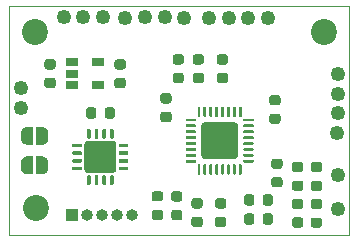
<source format=gbr>
G04 #@! TF.GenerationSoftware,KiCad,Pcbnew,5.1.9*
G04 #@! TF.CreationDate,2021-03-07T10:51:21+01:00*
G04 #@! TF.ProjectId,UniAmp,556e6941-6d70-42e6-9b69-6361645f7063,rev?*
G04 #@! TF.SameCoordinates,Original*
G04 #@! TF.FileFunction,Soldermask,Top*
G04 #@! TF.FilePolarity,Negative*
%FSLAX46Y46*%
G04 Gerber Fmt 4.6, Leading zero omitted, Abs format (unit mm)*
G04 Created by KiCad (PCBNEW 5.1.9) date 2021-03-07 10:51:21*
%MOMM*%
%LPD*%
G01*
G04 APERTURE LIST*
G04 #@! TA.AperFunction,Profile*
%ADD10C,0.050000*%
G04 #@! TD*
%ADD11C,2.200000*%
%ADD12C,0.150000*%
%ADD13R,1.000000X1.000000*%
%ADD14O,1.000000X1.000000*%
%ADD15C,1.250000*%
%ADD16R,1.060000X0.650000*%
G04 APERTURE END LIST*
D10*
X113010000Y-56530000D02*
X113010000Y-75960000D01*
X141850000Y-56530000D02*
X113010000Y-56530000D01*
X141850000Y-75960000D02*
X141850000Y-56530000D01*
X113010000Y-75960000D02*
X141850000Y-75960000D01*
X113010000Y-56530000D02*
X113010000Y-75960000D01*
X141850000Y-56530000D02*
X113010000Y-56530000D01*
X141850000Y-75960000D02*
X141850000Y-56530000D01*
X113010000Y-75960000D02*
X141850000Y-75960000D01*
G36*
G01*
X126053750Y-63925000D02*
X126566250Y-63925000D01*
G75*
G02*
X126785000Y-64143750I0J-218750D01*
G01*
X126785000Y-64581250D01*
G75*
G02*
X126566250Y-64800000I-218750J0D01*
G01*
X126053750Y-64800000D01*
G75*
G02*
X125835000Y-64581250I0J218750D01*
G01*
X125835000Y-64143750D01*
G75*
G02*
X126053750Y-63925000I218750J0D01*
G01*
G37*
G36*
G01*
X126053750Y-65500000D02*
X126566250Y-65500000D01*
G75*
G02*
X126785000Y-65718750I0J-218750D01*
G01*
X126785000Y-66156250D01*
G75*
G02*
X126566250Y-66375000I-218750J0D01*
G01*
X126053750Y-66375000D01*
G75*
G02*
X125835000Y-66156250I0J218750D01*
G01*
X125835000Y-65718750D01*
G75*
G02*
X126053750Y-65500000I218750J0D01*
G01*
G37*
D11*
X115200000Y-58730000D03*
X139680000Y-58740000D03*
X115300000Y-73660000D03*
G36*
G01*
X122005000Y-65343750D02*
X122005000Y-65856250D01*
G75*
G02*
X121786250Y-66075000I-218750J0D01*
G01*
X121348750Y-66075000D01*
G75*
G02*
X121130000Y-65856250I0J218750D01*
G01*
X121130000Y-65343750D01*
G75*
G02*
X121348750Y-65125000I218750J0D01*
G01*
X121786250Y-65125000D01*
G75*
G02*
X122005000Y-65343750I0J-218750D01*
G01*
G37*
G36*
G01*
X120430000Y-65343750D02*
X120430000Y-65856250D01*
G75*
G02*
X120211250Y-66075000I-218750J0D01*
G01*
X119773750Y-66075000D01*
G75*
G02*
X119555000Y-65856250I0J218750D01*
G01*
X119555000Y-65343750D01*
G75*
G02*
X119773750Y-65125000I218750J0D01*
G01*
X120211250Y-65125000D01*
G75*
G02*
X120430000Y-65343750I0J-218750D01*
G01*
G37*
G36*
G01*
X127093750Y-62197500D02*
X127606250Y-62197500D01*
G75*
G02*
X127825000Y-62416250I0J-218750D01*
G01*
X127825000Y-62853750D01*
G75*
G02*
X127606250Y-63072500I-218750J0D01*
G01*
X127093750Y-63072500D01*
G75*
G02*
X126875000Y-62853750I0J218750D01*
G01*
X126875000Y-62416250D01*
G75*
G02*
X127093750Y-62197500I218750J0D01*
G01*
G37*
G36*
G01*
X127093750Y-60622500D02*
X127606250Y-60622500D01*
G75*
G02*
X127825000Y-60841250I0J-218750D01*
G01*
X127825000Y-61278750D01*
G75*
G02*
X127606250Y-61497500I-218750J0D01*
G01*
X127093750Y-61497500D01*
G75*
G02*
X126875000Y-61278750I0J218750D01*
G01*
X126875000Y-60841250D01*
G75*
G02*
X127093750Y-60622500I218750J0D01*
G01*
G37*
G36*
G01*
X128693750Y-72812500D02*
X129206250Y-72812500D01*
G75*
G02*
X129425000Y-73031250I0J-218750D01*
G01*
X129425000Y-73468750D01*
G75*
G02*
X129206250Y-73687500I-218750J0D01*
G01*
X128693750Y-73687500D01*
G75*
G02*
X128475000Y-73468750I0J218750D01*
G01*
X128475000Y-73031250D01*
G75*
G02*
X128693750Y-72812500I218750J0D01*
G01*
G37*
G36*
G01*
X128693750Y-74387500D02*
X129206250Y-74387500D01*
G75*
G02*
X129425000Y-74606250I0J-218750D01*
G01*
X129425000Y-75043750D01*
G75*
G02*
X129206250Y-75262500I-218750J0D01*
G01*
X128693750Y-75262500D01*
G75*
G02*
X128475000Y-75043750I0J218750D01*
G01*
X128475000Y-74606250D01*
G75*
G02*
X128693750Y-74387500I218750J0D01*
G01*
G37*
G36*
G01*
X128793750Y-62197500D02*
X129306250Y-62197500D01*
G75*
G02*
X129525000Y-62416250I0J-218750D01*
G01*
X129525000Y-62853750D01*
G75*
G02*
X129306250Y-63072500I-218750J0D01*
G01*
X128793750Y-63072500D01*
G75*
G02*
X128575000Y-62853750I0J218750D01*
G01*
X128575000Y-62416250D01*
G75*
G02*
X128793750Y-62197500I218750J0D01*
G01*
G37*
G36*
G01*
X128793750Y-60622500D02*
X129306250Y-60622500D01*
G75*
G02*
X129525000Y-60841250I0J-218750D01*
G01*
X129525000Y-61278750D01*
G75*
G02*
X129306250Y-61497500I-218750J0D01*
G01*
X128793750Y-61497500D01*
G75*
G02*
X128575000Y-61278750I0J218750D01*
G01*
X128575000Y-60841250D01*
G75*
G02*
X128793750Y-60622500I218750J0D01*
G01*
G37*
G36*
G01*
X130833750Y-60622500D02*
X131346250Y-60622500D01*
G75*
G02*
X131565000Y-60841250I0J-218750D01*
G01*
X131565000Y-61278750D01*
G75*
G02*
X131346250Y-61497500I-218750J0D01*
G01*
X130833750Y-61497500D01*
G75*
G02*
X130615000Y-61278750I0J218750D01*
G01*
X130615000Y-60841250D01*
G75*
G02*
X130833750Y-60622500I218750J0D01*
G01*
G37*
G36*
G01*
X130833750Y-62197500D02*
X131346250Y-62197500D01*
G75*
G02*
X131565000Y-62416250I0J-218750D01*
G01*
X131565000Y-62853750D01*
G75*
G02*
X131346250Y-63072500I-218750J0D01*
G01*
X130833750Y-63072500D01*
G75*
G02*
X130615000Y-62853750I0J218750D01*
G01*
X130615000Y-62416250D01*
G75*
G02*
X130833750Y-62197500I218750J0D01*
G01*
G37*
G36*
G01*
X130693750Y-74387500D02*
X131206250Y-74387500D01*
G75*
G02*
X131425000Y-74606250I0J-218750D01*
G01*
X131425000Y-75043750D01*
G75*
G02*
X131206250Y-75262500I-218750J0D01*
G01*
X130693750Y-75262500D01*
G75*
G02*
X130475000Y-75043750I0J218750D01*
G01*
X130475000Y-74606250D01*
G75*
G02*
X130693750Y-74387500I218750J0D01*
G01*
G37*
G36*
G01*
X130693750Y-72812500D02*
X131206250Y-72812500D01*
G75*
G02*
X131425000Y-73031250I0J-218750D01*
G01*
X131425000Y-73468750D01*
G75*
G02*
X131206250Y-73687500I-218750J0D01*
G01*
X130693750Y-73687500D01*
G75*
G02*
X130475000Y-73468750I0J218750D01*
G01*
X130475000Y-73031250D01*
G75*
G02*
X130693750Y-72812500I218750J0D01*
G01*
G37*
G36*
G01*
X135283750Y-64077500D02*
X135796250Y-64077500D01*
G75*
G02*
X136015000Y-64296250I0J-218750D01*
G01*
X136015000Y-64733750D01*
G75*
G02*
X135796250Y-64952500I-218750J0D01*
G01*
X135283750Y-64952500D01*
G75*
G02*
X135065000Y-64733750I0J218750D01*
G01*
X135065000Y-64296250D01*
G75*
G02*
X135283750Y-64077500I218750J0D01*
G01*
G37*
G36*
G01*
X135283750Y-65652500D02*
X135796250Y-65652500D01*
G75*
G02*
X136015000Y-65871250I0J-218750D01*
G01*
X136015000Y-66308750D01*
G75*
G02*
X135796250Y-66527500I-218750J0D01*
G01*
X135283750Y-66527500D01*
G75*
G02*
X135065000Y-66308750I0J218750D01*
G01*
X135065000Y-65871250D01*
G75*
G02*
X135283750Y-65652500I218750J0D01*
G01*
G37*
G36*
G01*
X135453750Y-71027500D02*
X135966250Y-71027500D01*
G75*
G02*
X136185000Y-71246250I0J-218750D01*
G01*
X136185000Y-71683750D01*
G75*
G02*
X135966250Y-71902500I-218750J0D01*
G01*
X135453750Y-71902500D01*
G75*
G02*
X135235000Y-71683750I0J218750D01*
G01*
X135235000Y-71246250D01*
G75*
G02*
X135453750Y-71027500I218750J0D01*
G01*
G37*
G36*
G01*
X135453750Y-69452500D02*
X135966250Y-69452500D01*
G75*
G02*
X136185000Y-69671250I0J-218750D01*
G01*
X136185000Y-70108750D01*
G75*
G02*
X135966250Y-70327500I-218750J0D01*
G01*
X135453750Y-70327500D01*
G75*
G02*
X135235000Y-70108750I0J218750D01*
G01*
X135235000Y-69671250D01*
G75*
G02*
X135453750Y-69452500I218750J0D01*
G01*
G37*
G36*
G01*
X133802500Y-72703750D02*
X133802500Y-73216250D01*
G75*
G02*
X133583750Y-73435000I-218750J0D01*
G01*
X133146250Y-73435000D01*
G75*
G02*
X132927500Y-73216250I0J218750D01*
G01*
X132927500Y-72703750D01*
G75*
G02*
X133146250Y-72485000I218750J0D01*
G01*
X133583750Y-72485000D01*
G75*
G02*
X133802500Y-72703750I0J-218750D01*
G01*
G37*
G36*
G01*
X135377500Y-72703750D02*
X135377500Y-73216250D01*
G75*
G02*
X135158750Y-73435000I-218750J0D01*
G01*
X134721250Y-73435000D01*
G75*
G02*
X134502500Y-73216250I0J218750D01*
G01*
X134502500Y-72703750D01*
G75*
G02*
X134721250Y-72485000I218750J0D01*
G01*
X135158750Y-72485000D01*
G75*
G02*
X135377500Y-72703750I0J-218750D01*
G01*
G37*
G36*
G01*
X135377500Y-74323750D02*
X135377500Y-74836250D01*
G75*
G02*
X135158750Y-75055000I-218750J0D01*
G01*
X134721250Y-75055000D01*
G75*
G02*
X134502500Y-74836250I0J218750D01*
G01*
X134502500Y-74323750D01*
G75*
G02*
X134721250Y-74105000I218750J0D01*
G01*
X135158750Y-74105000D01*
G75*
G02*
X135377500Y-74323750I0J-218750D01*
G01*
G37*
G36*
G01*
X133802500Y-74323750D02*
X133802500Y-74836250D01*
G75*
G02*
X133583750Y-75055000I-218750J0D01*
G01*
X133146250Y-75055000D01*
G75*
G02*
X132927500Y-74836250I0J218750D01*
G01*
X132927500Y-74323750D01*
G75*
G02*
X133146250Y-74105000I218750J0D01*
G01*
X133583750Y-74105000D01*
G75*
G02*
X133802500Y-74323750I0J-218750D01*
G01*
G37*
G36*
G01*
X116243750Y-62617500D02*
X116756250Y-62617500D01*
G75*
G02*
X116975000Y-62836250I0J-218750D01*
G01*
X116975000Y-63273750D01*
G75*
G02*
X116756250Y-63492500I-218750J0D01*
G01*
X116243750Y-63492500D01*
G75*
G02*
X116025000Y-63273750I0J218750D01*
G01*
X116025000Y-62836250D01*
G75*
G02*
X116243750Y-62617500I218750J0D01*
G01*
G37*
G36*
G01*
X116243750Y-61042500D02*
X116756250Y-61042500D01*
G75*
G02*
X116975000Y-61261250I0J-218750D01*
G01*
X116975000Y-61698750D01*
G75*
G02*
X116756250Y-61917500I-218750J0D01*
G01*
X116243750Y-61917500D01*
G75*
G02*
X116025000Y-61698750I0J218750D01*
G01*
X116025000Y-61261250D01*
G75*
G02*
X116243750Y-61042500I218750J0D01*
G01*
G37*
G36*
G01*
X122173750Y-61052500D02*
X122686250Y-61052500D01*
G75*
G02*
X122905000Y-61271250I0J-218750D01*
G01*
X122905000Y-61708750D01*
G75*
G02*
X122686250Y-61927500I-218750J0D01*
G01*
X122173750Y-61927500D01*
G75*
G02*
X121955000Y-61708750I0J218750D01*
G01*
X121955000Y-61271250D01*
G75*
G02*
X122173750Y-61052500I218750J0D01*
G01*
G37*
G36*
G01*
X122173750Y-62627500D02*
X122686250Y-62627500D01*
G75*
G02*
X122905000Y-62846250I0J-218750D01*
G01*
X122905000Y-63283750D01*
G75*
G02*
X122686250Y-63502500I-218750J0D01*
G01*
X122173750Y-63502500D01*
G75*
G02*
X121955000Y-63283750I0J218750D01*
G01*
X121955000Y-62846250D01*
G75*
G02*
X122173750Y-62627500I218750J0D01*
G01*
G37*
D12*
G36*
X114550000Y-68279398D02*
G01*
X114525466Y-68279398D01*
X114476635Y-68274588D01*
X114428510Y-68265016D01*
X114381555Y-68250772D01*
X114336222Y-68231995D01*
X114292949Y-68208864D01*
X114252150Y-68181604D01*
X114214221Y-68150476D01*
X114179524Y-68115779D01*
X114148396Y-68077850D01*
X114121136Y-68037051D01*
X114098005Y-67993778D01*
X114079228Y-67948445D01*
X114064984Y-67901490D01*
X114055412Y-67853365D01*
X114050602Y-67804534D01*
X114050602Y-67780000D01*
X114050000Y-67780000D01*
X114050000Y-67280000D01*
X114050602Y-67280000D01*
X114050602Y-67255466D01*
X114055412Y-67206635D01*
X114064984Y-67158510D01*
X114079228Y-67111555D01*
X114098005Y-67066222D01*
X114121136Y-67022949D01*
X114148396Y-66982150D01*
X114179524Y-66944221D01*
X114214221Y-66909524D01*
X114252150Y-66878396D01*
X114292949Y-66851136D01*
X114336222Y-66828005D01*
X114381555Y-66809228D01*
X114428510Y-66794984D01*
X114476635Y-66785412D01*
X114525466Y-66780602D01*
X114550000Y-66780602D01*
X114550000Y-66780000D01*
X115050000Y-66780000D01*
X115050000Y-68280000D01*
X114550000Y-68280000D01*
X114550000Y-68279398D01*
G37*
G36*
X115350000Y-66780000D02*
G01*
X115850000Y-66780000D01*
X115850000Y-66780602D01*
X115874534Y-66780602D01*
X115923365Y-66785412D01*
X115971490Y-66794984D01*
X116018445Y-66809228D01*
X116063778Y-66828005D01*
X116107051Y-66851136D01*
X116147850Y-66878396D01*
X116185779Y-66909524D01*
X116220476Y-66944221D01*
X116251604Y-66982150D01*
X116278864Y-67022949D01*
X116301995Y-67066222D01*
X116320772Y-67111555D01*
X116335016Y-67158510D01*
X116344588Y-67206635D01*
X116349398Y-67255466D01*
X116349398Y-67280000D01*
X116350000Y-67280000D01*
X116350000Y-67780000D01*
X116349398Y-67780000D01*
X116349398Y-67804534D01*
X116344588Y-67853365D01*
X116335016Y-67901490D01*
X116320772Y-67948445D01*
X116301995Y-67993778D01*
X116278864Y-68037051D01*
X116251604Y-68077850D01*
X116220476Y-68115779D01*
X116185779Y-68150476D01*
X116147850Y-68181604D01*
X116107051Y-68208864D01*
X116063778Y-68231995D01*
X116018445Y-68250772D01*
X115971490Y-68265016D01*
X115923365Y-68274588D01*
X115874534Y-68279398D01*
X115850000Y-68279398D01*
X115850000Y-68280000D01*
X115350000Y-68280000D01*
X115350000Y-66780000D01*
G37*
G36*
X115350000Y-69270000D02*
G01*
X115850000Y-69270000D01*
X115850000Y-69270602D01*
X115874534Y-69270602D01*
X115923365Y-69275412D01*
X115971490Y-69284984D01*
X116018445Y-69299228D01*
X116063778Y-69318005D01*
X116107051Y-69341136D01*
X116147850Y-69368396D01*
X116185779Y-69399524D01*
X116220476Y-69434221D01*
X116251604Y-69472150D01*
X116278864Y-69512949D01*
X116301995Y-69556222D01*
X116320772Y-69601555D01*
X116335016Y-69648510D01*
X116344588Y-69696635D01*
X116349398Y-69745466D01*
X116349398Y-69770000D01*
X116350000Y-69770000D01*
X116350000Y-70270000D01*
X116349398Y-70270000D01*
X116349398Y-70294534D01*
X116344588Y-70343365D01*
X116335016Y-70391490D01*
X116320772Y-70438445D01*
X116301995Y-70483778D01*
X116278864Y-70527051D01*
X116251604Y-70567850D01*
X116220476Y-70605779D01*
X116185779Y-70640476D01*
X116147850Y-70671604D01*
X116107051Y-70698864D01*
X116063778Y-70721995D01*
X116018445Y-70740772D01*
X115971490Y-70755016D01*
X115923365Y-70764588D01*
X115874534Y-70769398D01*
X115850000Y-70769398D01*
X115850000Y-70770000D01*
X115350000Y-70770000D01*
X115350000Y-69270000D01*
G37*
G36*
X114550000Y-70769398D02*
G01*
X114525466Y-70769398D01*
X114476635Y-70764588D01*
X114428510Y-70755016D01*
X114381555Y-70740772D01*
X114336222Y-70721995D01*
X114292949Y-70698864D01*
X114252150Y-70671604D01*
X114214221Y-70640476D01*
X114179524Y-70605779D01*
X114148396Y-70567850D01*
X114121136Y-70527051D01*
X114098005Y-70483778D01*
X114079228Y-70438445D01*
X114064984Y-70391490D01*
X114055412Y-70343365D01*
X114050602Y-70294534D01*
X114050602Y-70270000D01*
X114050000Y-70270000D01*
X114050000Y-69770000D01*
X114050602Y-69770000D01*
X114050602Y-69745466D01*
X114055412Y-69696635D01*
X114064984Y-69648510D01*
X114079228Y-69601555D01*
X114098005Y-69556222D01*
X114121136Y-69512949D01*
X114148396Y-69472150D01*
X114179524Y-69434221D01*
X114214221Y-69399524D01*
X114252150Y-69368396D01*
X114292949Y-69341136D01*
X114336222Y-69318005D01*
X114381555Y-69299228D01*
X114428510Y-69284984D01*
X114476635Y-69275412D01*
X114525466Y-69270602D01*
X114550000Y-69270602D01*
X114550000Y-69270000D01*
X115050000Y-69270000D01*
X115050000Y-70770000D01*
X114550000Y-70770000D01*
X114550000Y-70769398D01*
G37*
D13*
X118360000Y-74230000D03*
D14*
X119630000Y-74230000D03*
X120900000Y-74230000D03*
X122170000Y-74230000D03*
X123440000Y-74230000D03*
G36*
G01*
X125846250Y-73090000D02*
X125333750Y-73090000D01*
G75*
G02*
X125115000Y-72871250I0J218750D01*
G01*
X125115000Y-72433750D01*
G75*
G02*
X125333750Y-72215000I218750J0D01*
G01*
X125846250Y-72215000D01*
G75*
G02*
X126065000Y-72433750I0J-218750D01*
G01*
X126065000Y-72871250D01*
G75*
G02*
X125846250Y-73090000I-218750J0D01*
G01*
G37*
G36*
G01*
X125846250Y-74665000D02*
X125333750Y-74665000D01*
G75*
G02*
X125115000Y-74446250I0J218750D01*
G01*
X125115000Y-74008750D01*
G75*
G02*
X125333750Y-73790000I218750J0D01*
G01*
X125846250Y-73790000D01*
G75*
G02*
X126065000Y-74008750I0J-218750D01*
G01*
X126065000Y-74446250D01*
G75*
G02*
X125846250Y-74665000I-218750J0D01*
G01*
G37*
G36*
G01*
X126973750Y-72225000D02*
X127486250Y-72225000D01*
G75*
G02*
X127705000Y-72443750I0J-218750D01*
G01*
X127705000Y-72881250D01*
G75*
G02*
X127486250Y-73100000I-218750J0D01*
G01*
X126973750Y-73100000D01*
G75*
G02*
X126755000Y-72881250I0J218750D01*
G01*
X126755000Y-72443750D01*
G75*
G02*
X126973750Y-72225000I218750J0D01*
G01*
G37*
G36*
G01*
X126973750Y-73800000D02*
X127486250Y-73800000D01*
G75*
G02*
X127705000Y-74018750I0J-218750D01*
G01*
X127705000Y-74456250D01*
G75*
G02*
X127486250Y-74675000I-218750J0D01*
G01*
X126973750Y-74675000D01*
G75*
G02*
X126755000Y-74456250I0J218750D01*
G01*
X126755000Y-74018750D01*
G75*
G02*
X126973750Y-73800000I218750J0D01*
G01*
G37*
G36*
G01*
X137716250Y-70617500D02*
X137203750Y-70617500D01*
G75*
G02*
X136985000Y-70398750I0J218750D01*
G01*
X136985000Y-69961250D01*
G75*
G02*
X137203750Y-69742500I218750J0D01*
G01*
X137716250Y-69742500D01*
G75*
G02*
X137935000Y-69961250I0J-218750D01*
G01*
X137935000Y-70398750D01*
G75*
G02*
X137716250Y-70617500I-218750J0D01*
G01*
G37*
G36*
G01*
X137716250Y-72192500D02*
X137203750Y-72192500D01*
G75*
G02*
X136985000Y-71973750I0J218750D01*
G01*
X136985000Y-71536250D01*
G75*
G02*
X137203750Y-71317500I218750J0D01*
G01*
X137716250Y-71317500D01*
G75*
G02*
X137935000Y-71536250I0J-218750D01*
G01*
X137935000Y-71973750D01*
G75*
G02*
X137716250Y-72192500I-218750J0D01*
G01*
G37*
G36*
G01*
X137203750Y-72852500D02*
X137716250Y-72852500D01*
G75*
G02*
X137935000Y-73071250I0J-218750D01*
G01*
X137935000Y-73508750D01*
G75*
G02*
X137716250Y-73727500I-218750J0D01*
G01*
X137203750Y-73727500D01*
G75*
G02*
X136985000Y-73508750I0J218750D01*
G01*
X136985000Y-73071250D01*
G75*
G02*
X137203750Y-72852500I218750J0D01*
G01*
G37*
G36*
G01*
X137203750Y-74427500D02*
X137716250Y-74427500D01*
G75*
G02*
X137935000Y-74646250I0J-218750D01*
G01*
X137935000Y-75083750D01*
G75*
G02*
X137716250Y-75302500I-218750J0D01*
G01*
X137203750Y-75302500D01*
G75*
G02*
X136985000Y-75083750I0J218750D01*
G01*
X136985000Y-74646250D01*
G75*
G02*
X137203750Y-74427500I218750J0D01*
G01*
G37*
G36*
G01*
X138803750Y-69752500D02*
X139316250Y-69752500D01*
G75*
G02*
X139535000Y-69971250I0J-218750D01*
G01*
X139535000Y-70408750D01*
G75*
G02*
X139316250Y-70627500I-218750J0D01*
G01*
X138803750Y-70627500D01*
G75*
G02*
X138585000Y-70408750I0J218750D01*
G01*
X138585000Y-69971250D01*
G75*
G02*
X138803750Y-69752500I218750J0D01*
G01*
G37*
G36*
G01*
X138803750Y-71327500D02*
X139316250Y-71327500D01*
G75*
G02*
X139535000Y-71546250I0J-218750D01*
G01*
X139535000Y-71983750D01*
G75*
G02*
X139316250Y-72202500I-218750J0D01*
G01*
X138803750Y-72202500D01*
G75*
G02*
X138585000Y-71983750I0J218750D01*
G01*
X138585000Y-71546250D01*
G75*
G02*
X138803750Y-71327500I218750J0D01*
G01*
G37*
G36*
G01*
X139306250Y-73747500D02*
X138793750Y-73747500D01*
G75*
G02*
X138575000Y-73528750I0J218750D01*
G01*
X138575000Y-73091250D01*
G75*
G02*
X138793750Y-72872500I218750J0D01*
G01*
X139306250Y-72872500D01*
G75*
G02*
X139525000Y-73091250I0J-218750D01*
G01*
X139525000Y-73528750D01*
G75*
G02*
X139306250Y-73747500I-218750J0D01*
G01*
G37*
G36*
G01*
X139306250Y-75322500D02*
X138793750Y-75322500D01*
G75*
G02*
X138575000Y-75103750I0J218750D01*
G01*
X138575000Y-74666250D01*
G75*
G02*
X138793750Y-74447500I218750J0D01*
G01*
X139306250Y-74447500D01*
G75*
G02*
X139525000Y-74666250I0J-218750D01*
G01*
X139525000Y-75103750D01*
G75*
G02*
X139306250Y-75322500I-218750J0D01*
G01*
G37*
D15*
X114000000Y-63500000D03*
X114000000Y-65150000D03*
X117660000Y-57490000D03*
X120960000Y-57480000D03*
X127850000Y-57540000D03*
X126190000Y-57500000D03*
X124530000Y-57480000D03*
X122870000Y-57520000D03*
X119310000Y-57490000D03*
X140870000Y-62310000D03*
X140870000Y-63970000D03*
X140850000Y-65620000D03*
X140830000Y-67270000D03*
X140840000Y-70820000D03*
X140910000Y-73700000D03*
G36*
G01*
X119410000Y-70419999D02*
X119410000Y-68220001D01*
G75*
G02*
X119660001Y-67970000I250001J0D01*
G01*
X121859999Y-67970000D01*
G75*
G02*
X122110000Y-68220001I0J-250001D01*
G01*
X122110000Y-70419999D01*
G75*
G02*
X121859999Y-70670000I-250001J0D01*
G01*
X119660001Y-70670000D01*
G75*
G02*
X119410000Y-70419999I0J250001D01*
G01*
G37*
G36*
G01*
X118385000Y-68420000D02*
X118385000Y-68270000D01*
G75*
G02*
X118460000Y-68195000I75000J0D01*
G01*
X119135000Y-68195000D01*
G75*
G02*
X119210000Y-68270000I0J-75000D01*
G01*
X119210000Y-68420000D01*
G75*
G02*
X119135000Y-68495000I-75000J0D01*
G01*
X118460000Y-68495000D01*
G75*
G02*
X118385000Y-68420000I0J75000D01*
G01*
G37*
G36*
G01*
X118385000Y-69070000D02*
X118385000Y-68920000D01*
G75*
G02*
X118460000Y-68845000I75000J0D01*
G01*
X119135000Y-68845000D01*
G75*
G02*
X119210000Y-68920000I0J-75000D01*
G01*
X119210000Y-69070000D01*
G75*
G02*
X119135000Y-69145000I-75000J0D01*
G01*
X118460000Y-69145000D01*
G75*
G02*
X118385000Y-69070000I0J75000D01*
G01*
G37*
G36*
G01*
X118385000Y-69720000D02*
X118385000Y-69570000D01*
G75*
G02*
X118460000Y-69495000I75000J0D01*
G01*
X119135000Y-69495000D01*
G75*
G02*
X119210000Y-69570000I0J-75000D01*
G01*
X119210000Y-69720000D01*
G75*
G02*
X119135000Y-69795000I-75000J0D01*
G01*
X118460000Y-69795000D01*
G75*
G02*
X118385000Y-69720000I0J75000D01*
G01*
G37*
G36*
G01*
X118385000Y-70370000D02*
X118385000Y-70220000D01*
G75*
G02*
X118460000Y-70145000I75000J0D01*
G01*
X119135000Y-70145000D01*
G75*
G02*
X119210000Y-70220000I0J-75000D01*
G01*
X119210000Y-70370000D01*
G75*
G02*
X119135000Y-70445000I-75000J0D01*
G01*
X118460000Y-70445000D01*
G75*
G02*
X118385000Y-70370000I0J75000D01*
G01*
G37*
G36*
G01*
X119635000Y-71620000D02*
X119635000Y-70945000D01*
G75*
G02*
X119710000Y-70870000I75000J0D01*
G01*
X119860000Y-70870000D01*
G75*
G02*
X119935000Y-70945000I0J-75000D01*
G01*
X119935000Y-71620000D01*
G75*
G02*
X119860000Y-71695000I-75000J0D01*
G01*
X119710000Y-71695000D01*
G75*
G02*
X119635000Y-71620000I0J75000D01*
G01*
G37*
G36*
G01*
X120285000Y-71620000D02*
X120285000Y-70945000D01*
G75*
G02*
X120360000Y-70870000I75000J0D01*
G01*
X120510000Y-70870000D01*
G75*
G02*
X120585000Y-70945000I0J-75000D01*
G01*
X120585000Y-71620000D01*
G75*
G02*
X120510000Y-71695000I-75000J0D01*
G01*
X120360000Y-71695000D01*
G75*
G02*
X120285000Y-71620000I0J75000D01*
G01*
G37*
G36*
G01*
X120935000Y-71620000D02*
X120935000Y-70945000D01*
G75*
G02*
X121010000Y-70870000I75000J0D01*
G01*
X121160000Y-70870000D01*
G75*
G02*
X121235000Y-70945000I0J-75000D01*
G01*
X121235000Y-71620000D01*
G75*
G02*
X121160000Y-71695000I-75000J0D01*
G01*
X121010000Y-71695000D01*
G75*
G02*
X120935000Y-71620000I0J75000D01*
G01*
G37*
G36*
G01*
X121585000Y-71620000D02*
X121585000Y-70945000D01*
G75*
G02*
X121660000Y-70870000I75000J0D01*
G01*
X121810000Y-70870000D01*
G75*
G02*
X121885000Y-70945000I0J-75000D01*
G01*
X121885000Y-71620000D01*
G75*
G02*
X121810000Y-71695000I-75000J0D01*
G01*
X121660000Y-71695000D01*
G75*
G02*
X121585000Y-71620000I0J75000D01*
G01*
G37*
G36*
G01*
X122310000Y-70370000D02*
X122310000Y-70220000D01*
G75*
G02*
X122385000Y-70145000I75000J0D01*
G01*
X123060000Y-70145000D01*
G75*
G02*
X123135000Y-70220000I0J-75000D01*
G01*
X123135000Y-70370000D01*
G75*
G02*
X123060000Y-70445000I-75000J0D01*
G01*
X122385000Y-70445000D01*
G75*
G02*
X122310000Y-70370000I0J75000D01*
G01*
G37*
G36*
G01*
X122310000Y-69720000D02*
X122310000Y-69570000D01*
G75*
G02*
X122385000Y-69495000I75000J0D01*
G01*
X123060000Y-69495000D01*
G75*
G02*
X123135000Y-69570000I0J-75000D01*
G01*
X123135000Y-69720000D01*
G75*
G02*
X123060000Y-69795000I-75000J0D01*
G01*
X122385000Y-69795000D01*
G75*
G02*
X122310000Y-69720000I0J75000D01*
G01*
G37*
G36*
G01*
X122310000Y-69070000D02*
X122310000Y-68920000D01*
G75*
G02*
X122385000Y-68845000I75000J0D01*
G01*
X123060000Y-68845000D01*
G75*
G02*
X123135000Y-68920000I0J-75000D01*
G01*
X123135000Y-69070000D01*
G75*
G02*
X123060000Y-69145000I-75000J0D01*
G01*
X122385000Y-69145000D01*
G75*
G02*
X122310000Y-69070000I0J75000D01*
G01*
G37*
G36*
G01*
X122310000Y-68420000D02*
X122310000Y-68270000D01*
G75*
G02*
X122385000Y-68195000I75000J0D01*
G01*
X123060000Y-68195000D01*
G75*
G02*
X123135000Y-68270000I0J-75000D01*
G01*
X123135000Y-68420000D01*
G75*
G02*
X123060000Y-68495000I-75000J0D01*
G01*
X122385000Y-68495000D01*
G75*
G02*
X122310000Y-68420000I0J75000D01*
G01*
G37*
G36*
G01*
X121585000Y-67695000D02*
X121585000Y-67020000D01*
G75*
G02*
X121660000Y-66945000I75000J0D01*
G01*
X121810000Y-66945000D01*
G75*
G02*
X121885000Y-67020000I0J-75000D01*
G01*
X121885000Y-67695000D01*
G75*
G02*
X121810000Y-67770000I-75000J0D01*
G01*
X121660000Y-67770000D01*
G75*
G02*
X121585000Y-67695000I0J75000D01*
G01*
G37*
G36*
G01*
X120935000Y-67695000D02*
X120935000Y-67020000D01*
G75*
G02*
X121010000Y-66945000I75000J0D01*
G01*
X121160000Y-66945000D01*
G75*
G02*
X121235000Y-67020000I0J-75000D01*
G01*
X121235000Y-67695000D01*
G75*
G02*
X121160000Y-67770000I-75000J0D01*
G01*
X121010000Y-67770000D01*
G75*
G02*
X120935000Y-67695000I0J75000D01*
G01*
G37*
G36*
G01*
X120285000Y-67695000D02*
X120285000Y-67020000D01*
G75*
G02*
X120360000Y-66945000I75000J0D01*
G01*
X120510000Y-66945000D01*
G75*
G02*
X120585000Y-67020000I0J-75000D01*
G01*
X120585000Y-67695000D01*
G75*
G02*
X120510000Y-67770000I-75000J0D01*
G01*
X120360000Y-67770000D01*
G75*
G02*
X120285000Y-67695000I0J75000D01*
G01*
G37*
G36*
G01*
X119635000Y-67695000D02*
X119635000Y-67020000D01*
G75*
G02*
X119710000Y-66945000I75000J0D01*
G01*
X119860000Y-66945000D01*
G75*
G02*
X119935000Y-67020000I0J-75000D01*
G01*
X119935000Y-67695000D01*
G75*
G02*
X119860000Y-67770000I-75000J0D01*
G01*
X119710000Y-67770000D01*
G75*
G02*
X119635000Y-67695000I0J75000D01*
G01*
G37*
G36*
G01*
X129310000Y-69240001D02*
X129310000Y-66639999D01*
G75*
G02*
X129559999Y-66390000I249999J0D01*
G01*
X132160001Y-66390000D01*
G75*
G02*
X132410000Y-66639999I0J-249999D01*
G01*
X132410000Y-69240001D01*
G75*
G02*
X132160001Y-69490000I-249999J0D01*
G01*
X129559999Y-69490000D01*
G75*
G02*
X129310000Y-69240001I0J249999D01*
G01*
G37*
G36*
G01*
X127985000Y-66252500D02*
X127985000Y-66127500D01*
G75*
G02*
X128047500Y-66065000I62500J0D01*
G01*
X128797500Y-66065000D01*
G75*
G02*
X128860000Y-66127500I0J-62500D01*
G01*
X128860000Y-66252500D01*
G75*
G02*
X128797500Y-66315000I-62500J0D01*
G01*
X128047500Y-66315000D01*
G75*
G02*
X127985000Y-66252500I0J62500D01*
G01*
G37*
G36*
G01*
X127985000Y-66752500D02*
X127985000Y-66627500D01*
G75*
G02*
X128047500Y-66565000I62500J0D01*
G01*
X128797500Y-66565000D01*
G75*
G02*
X128860000Y-66627500I0J-62500D01*
G01*
X128860000Y-66752500D01*
G75*
G02*
X128797500Y-66815000I-62500J0D01*
G01*
X128047500Y-66815000D01*
G75*
G02*
X127985000Y-66752500I0J62500D01*
G01*
G37*
G36*
G01*
X127985000Y-67252500D02*
X127985000Y-67127500D01*
G75*
G02*
X128047500Y-67065000I62500J0D01*
G01*
X128797500Y-67065000D01*
G75*
G02*
X128860000Y-67127500I0J-62500D01*
G01*
X128860000Y-67252500D01*
G75*
G02*
X128797500Y-67315000I-62500J0D01*
G01*
X128047500Y-67315000D01*
G75*
G02*
X127985000Y-67252500I0J62500D01*
G01*
G37*
G36*
G01*
X127985000Y-67752500D02*
X127985000Y-67627500D01*
G75*
G02*
X128047500Y-67565000I62500J0D01*
G01*
X128797500Y-67565000D01*
G75*
G02*
X128860000Y-67627500I0J-62500D01*
G01*
X128860000Y-67752500D01*
G75*
G02*
X128797500Y-67815000I-62500J0D01*
G01*
X128047500Y-67815000D01*
G75*
G02*
X127985000Y-67752500I0J62500D01*
G01*
G37*
G36*
G01*
X127985000Y-68252500D02*
X127985000Y-68127500D01*
G75*
G02*
X128047500Y-68065000I62500J0D01*
G01*
X128797500Y-68065000D01*
G75*
G02*
X128860000Y-68127500I0J-62500D01*
G01*
X128860000Y-68252500D01*
G75*
G02*
X128797500Y-68315000I-62500J0D01*
G01*
X128047500Y-68315000D01*
G75*
G02*
X127985000Y-68252500I0J62500D01*
G01*
G37*
G36*
G01*
X127985000Y-68752500D02*
X127985000Y-68627500D01*
G75*
G02*
X128047500Y-68565000I62500J0D01*
G01*
X128797500Y-68565000D01*
G75*
G02*
X128860000Y-68627500I0J-62500D01*
G01*
X128860000Y-68752500D01*
G75*
G02*
X128797500Y-68815000I-62500J0D01*
G01*
X128047500Y-68815000D01*
G75*
G02*
X127985000Y-68752500I0J62500D01*
G01*
G37*
G36*
G01*
X127985000Y-69252500D02*
X127985000Y-69127500D01*
G75*
G02*
X128047500Y-69065000I62500J0D01*
G01*
X128797500Y-69065000D01*
G75*
G02*
X128860000Y-69127500I0J-62500D01*
G01*
X128860000Y-69252500D01*
G75*
G02*
X128797500Y-69315000I-62500J0D01*
G01*
X128047500Y-69315000D01*
G75*
G02*
X127985000Y-69252500I0J62500D01*
G01*
G37*
G36*
G01*
X127985000Y-69752500D02*
X127985000Y-69627500D01*
G75*
G02*
X128047500Y-69565000I62500J0D01*
G01*
X128797500Y-69565000D01*
G75*
G02*
X128860000Y-69627500I0J-62500D01*
G01*
X128860000Y-69752500D01*
G75*
G02*
X128797500Y-69815000I-62500J0D01*
G01*
X128047500Y-69815000D01*
G75*
G02*
X127985000Y-69752500I0J62500D01*
G01*
G37*
G36*
G01*
X128985000Y-70752500D02*
X128985000Y-70002500D01*
G75*
G02*
X129047500Y-69940000I62500J0D01*
G01*
X129172500Y-69940000D01*
G75*
G02*
X129235000Y-70002500I0J-62500D01*
G01*
X129235000Y-70752500D01*
G75*
G02*
X129172500Y-70815000I-62500J0D01*
G01*
X129047500Y-70815000D01*
G75*
G02*
X128985000Y-70752500I0J62500D01*
G01*
G37*
G36*
G01*
X129485000Y-70752500D02*
X129485000Y-70002500D01*
G75*
G02*
X129547500Y-69940000I62500J0D01*
G01*
X129672500Y-69940000D01*
G75*
G02*
X129735000Y-70002500I0J-62500D01*
G01*
X129735000Y-70752500D01*
G75*
G02*
X129672500Y-70815000I-62500J0D01*
G01*
X129547500Y-70815000D01*
G75*
G02*
X129485000Y-70752500I0J62500D01*
G01*
G37*
G36*
G01*
X129985000Y-70752500D02*
X129985000Y-70002500D01*
G75*
G02*
X130047500Y-69940000I62500J0D01*
G01*
X130172500Y-69940000D01*
G75*
G02*
X130235000Y-70002500I0J-62500D01*
G01*
X130235000Y-70752500D01*
G75*
G02*
X130172500Y-70815000I-62500J0D01*
G01*
X130047500Y-70815000D01*
G75*
G02*
X129985000Y-70752500I0J62500D01*
G01*
G37*
G36*
G01*
X130485000Y-70752500D02*
X130485000Y-70002500D01*
G75*
G02*
X130547500Y-69940000I62500J0D01*
G01*
X130672500Y-69940000D01*
G75*
G02*
X130735000Y-70002500I0J-62500D01*
G01*
X130735000Y-70752500D01*
G75*
G02*
X130672500Y-70815000I-62500J0D01*
G01*
X130547500Y-70815000D01*
G75*
G02*
X130485000Y-70752500I0J62500D01*
G01*
G37*
G36*
G01*
X130985000Y-70752500D02*
X130985000Y-70002500D01*
G75*
G02*
X131047500Y-69940000I62500J0D01*
G01*
X131172500Y-69940000D01*
G75*
G02*
X131235000Y-70002500I0J-62500D01*
G01*
X131235000Y-70752500D01*
G75*
G02*
X131172500Y-70815000I-62500J0D01*
G01*
X131047500Y-70815000D01*
G75*
G02*
X130985000Y-70752500I0J62500D01*
G01*
G37*
G36*
G01*
X131485000Y-70752500D02*
X131485000Y-70002500D01*
G75*
G02*
X131547500Y-69940000I62500J0D01*
G01*
X131672500Y-69940000D01*
G75*
G02*
X131735000Y-70002500I0J-62500D01*
G01*
X131735000Y-70752500D01*
G75*
G02*
X131672500Y-70815000I-62500J0D01*
G01*
X131547500Y-70815000D01*
G75*
G02*
X131485000Y-70752500I0J62500D01*
G01*
G37*
G36*
G01*
X131985000Y-70752500D02*
X131985000Y-70002500D01*
G75*
G02*
X132047500Y-69940000I62500J0D01*
G01*
X132172500Y-69940000D01*
G75*
G02*
X132235000Y-70002500I0J-62500D01*
G01*
X132235000Y-70752500D01*
G75*
G02*
X132172500Y-70815000I-62500J0D01*
G01*
X132047500Y-70815000D01*
G75*
G02*
X131985000Y-70752500I0J62500D01*
G01*
G37*
G36*
G01*
X132485000Y-70752500D02*
X132485000Y-70002500D01*
G75*
G02*
X132547500Y-69940000I62500J0D01*
G01*
X132672500Y-69940000D01*
G75*
G02*
X132735000Y-70002500I0J-62500D01*
G01*
X132735000Y-70752500D01*
G75*
G02*
X132672500Y-70815000I-62500J0D01*
G01*
X132547500Y-70815000D01*
G75*
G02*
X132485000Y-70752500I0J62500D01*
G01*
G37*
G36*
G01*
X132860000Y-69752500D02*
X132860000Y-69627500D01*
G75*
G02*
X132922500Y-69565000I62500J0D01*
G01*
X133672500Y-69565000D01*
G75*
G02*
X133735000Y-69627500I0J-62500D01*
G01*
X133735000Y-69752500D01*
G75*
G02*
X133672500Y-69815000I-62500J0D01*
G01*
X132922500Y-69815000D01*
G75*
G02*
X132860000Y-69752500I0J62500D01*
G01*
G37*
G36*
G01*
X132860000Y-69252500D02*
X132860000Y-69127500D01*
G75*
G02*
X132922500Y-69065000I62500J0D01*
G01*
X133672500Y-69065000D01*
G75*
G02*
X133735000Y-69127500I0J-62500D01*
G01*
X133735000Y-69252500D01*
G75*
G02*
X133672500Y-69315000I-62500J0D01*
G01*
X132922500Y-69315000D01*
G75*
G02*
X132860000Y-69252500I0J62500D01*
G01*
G37*
G36*
G01*
X132860000Y-68752500D02*
X132860000Y-68627500D01*
G75*
G02*
X132922500Y-68565000I62500J0D01*
G01*
X133672500Y-68565000D01*
G75*
G02*
X133735000Y-68627500I0J-62500D01*
G01*
X133735000Y-68752500D01*
G75*
G02*
X133672500Y-68815000I-62500J0D01*
G01*
X132922500Y-68815000D01*
G75*
G02*
X132860000Y-68752500I0J62500D01*
G01*
G37*
G36*
G01*
X132860000Y-68252500D02*
X132860000Y-68127500D01*
G75*
G02*
X132922500Y-68065000I62500J0D01*
G01*
X133672500Y-68065000D01*
G75*
G02*
X133735000Y-68127500I0J-62500D01*
G01*
X133735000Y-68252500D01*
G75*
G02*
X133672500Y-68315000I-62500J0D01*
G01*
X132922500Y-68315000D01*
G75*
G02*
X132860000Y-68252500I0J62500D01*
G01*
G37*
G36*
G01*
X132860000Y-67752500D02*
X132860000Y-67627500D01*
G75*
G02*
X132922500Y-67565000I62500J0D01*
G01*
X133672500Y-67565000D01*
G75*
G02*
X133735000Y-67627500I0J-62500D01*
G01*
X133735000Y-67752500D01*
G75*
G02*
X133672500Y-67815000I-62500J0D01*
G01*
X132922500Y-67815000D01*
G75*
G02*
X132860000Y-67752500I0J62500D01*
G01*
G37*
G36*
G01*
X132860000Y-67252500D02*
X132860000Y-67127500D01*
G75*
G02*
X132922500Y-67065000I62500J0D01*
G01*
X133672500Y-67065000D01*
G75*
G02*
X133735000Y-67127500I0J-62500D01*
G01*
X133735000Y-67252500D01*
G75*
G02*
X133672500Y-67315000I-62500J0D01*
G01*
X132922500Y-67315000D01*
G75*
G02*
X132860000Y-67252500I0J62500D01*
G01*
G37*
G36*
G01*
X132860000Y-66752500D02*
X132860000Y-66627500D01*
G75*
G02*
X132922500Y-66565000I62500J0D01*
G01*
X133672500Y-66565000D01*
G75*
G02*
X133735000Y-66627500I0J-62500D01*
G01*
X133735000Y-66752500D01*
G75*
G02*
X133672500Y-66815000I-62500J0D01*
G01*
X132922500Y-66815000D01*
G75*
G02*
X132860000Y-66752500I0J62500D01*
G01*
G37*
G36*
G01*
X132860000Y-66252500D02*
X132860000Y-66127500D01*
G75*
G02*
X132922500Y-66065000I62500J0D01*
G01*
X133672500Y-66065000D01*
G75*
G02*
X133735000Y-66127500I0J-62500D01*
G01*
X133735000Y-66252500D01*
G75*
G02*
X133672500Y-66315000I-62500J0D01*
G01*
X132922500Y-66315000D01*
G75*
G02*
X132860000Y-66252500I0J62500D01*
G01*
G37*
G36*
G01*
X132485000Y-65877500D02*
X132485000Y-65127500D01*
G75*
G02*
X132547500Y-65065000I62500J0D01*
G01*
X132672500Y-65065000D01*
G75*
G02*
X132735000Y-65127500I0J-62500D01*
G01*
X132735000Y-65877500D01*
G75*
G02*
X132672500Y-65940000I-62500J0D01*
G01*
X132547500Y-65940000D01*
G75*
G02*
X132485000Y-65877500I0J62500D01*
G01*
G37*
G36*
G01*
X131985000Y-65877500D02*
X131985000Y-65127500D01*
G75*
G02*
X132047500Y-65065000I62500J0D01*
G01*
X132172500Y-65065000D01*
G75*
G02*
X132235000Y-65127500I0J-62500D01*
G01*
X132235000Y-65877500D01*
G75*
G02*
X132172500Y-65940000I-62500J0D01*
G01*
X132047500Y-65940000D01*
G75*
G02*
X131985000Y-65877500I0J62500D01*
G01*
G37*
G36*
G01*
X131485000Y-65877500D02*
X131485000Y-65127500D01*
G75*
G02*
X131547500Y-65065000I62500J0D01*
G01*
X131672500Y-65065000D01*
G75*
G02*
X131735000Y-65127500I0J-62500D01*
G01*
X131735000Y-65877500D01*
G75*
G02*
X131672500Y-65940000I-62500J0D01*
G01*
X131547500Y-65940000D01*
G75*
G02*
X131485000Y-65877500I0J62500D01*
G01*
G37*
G36*
G01*
X130985000Y-65877500D02*
X130985000Y-65127500D01*
G75*
G02*
X131047500Y-65065000I62500J0D01*
G01*
X131172500Y-65065000D01*
G75*
G02*
X131235000Y-65127500I0J-62500D01*
G01*
X131235000Y-65877500D01*
G75*
G02*
X131172500Y-65940000I-62500J0D01*
G01*
X131047500Y-65940000D01*
G75*
G02*
X130985000Y-65877500I0J62500D01*
G01*
G37*
G36*
G01*
X130485000Y-65877500D02*
X130485000Y-65127500D01*
G75*
G02*
X130547500Y-65065000I62500J0D01*
G01*
X130672500Y-65065000D01*
G75*
G02*
X130735000Y-65127500I0J-62500D01*
G01*
X130735000Y-65877500D01*
G75*
G02*
X130672500Y-65940000I-62500J0D01*
G01*
X130547500Y-65940000D01*
G75*
G02*
X130485000Y-65877500I0J62500D01*
G01*
G37*
G36*
G01*
X129985000Y-65877500D02*
X129985000Y-65127500D01*
G75*
G02*
X130047500Y-65065000I62500J0D01*
G01*
X130172500Y-65065000D01*
G75*
G02*
X130235000Y-65127500I0J-62500D01*
G01*
X130235000Y-65877500D01*
G75*
G02*
X130172500Y-65940000I-62500J0D01*
G01*
X130047500Y-65940000D01*
G75*
G02*
X129985000Y-65877500I0J62500D01*
G01*
G37*
G36*
G01*
X129485000Y-65877500D02*
X129485000Y-65127500D01*
G75*
G02*
X129547500Y-65065000I62500J0D01*
G01*
X129672500Y-65065000D01*
G75*
G02*
X129735000Y-65127500I0J-62500D01*
G01*
X129735000Y-65877500D01*
G75*
G02*
X129672500Y-65940000I-62500J0D01*
G01*
X129547500Y-65940000D01*
G75*
G02*
X129485000Y-65877500I0J62500D01*
G01*
G37*
G36*
G01*
X128985000Y-65877500D02*
X128985000Y-65127500D01*
G75*
G02*
X129047500Y-65065000I62500J0D01*
G01*
X129172500Y-65065000D01*
G75*
G02*
X129235000Y-65127500I0J-62500D01*
G01*
X129235000Y-65877500D01*
G75*
G02*
X129172500Y-65940000I-62500J0D01*
G01*
X129047500Y-65940000D01*
G75*
G02*
X128985000Y-65877500I0J62500D01*
G01*
G37*
D16*
X118390000Y-61310000D03*
X118390000Y-62260000D03*
X118390000Y-63210000D03*
X120590000Y-63210000D03*
X120590000Y-61310000D03*
D15*
X129970000Y-57550000D03*
X131620000Y-57530000D03*
X133270000Y-57540000D03*
X134920000Y-57540000D03*
M02*

</source>
